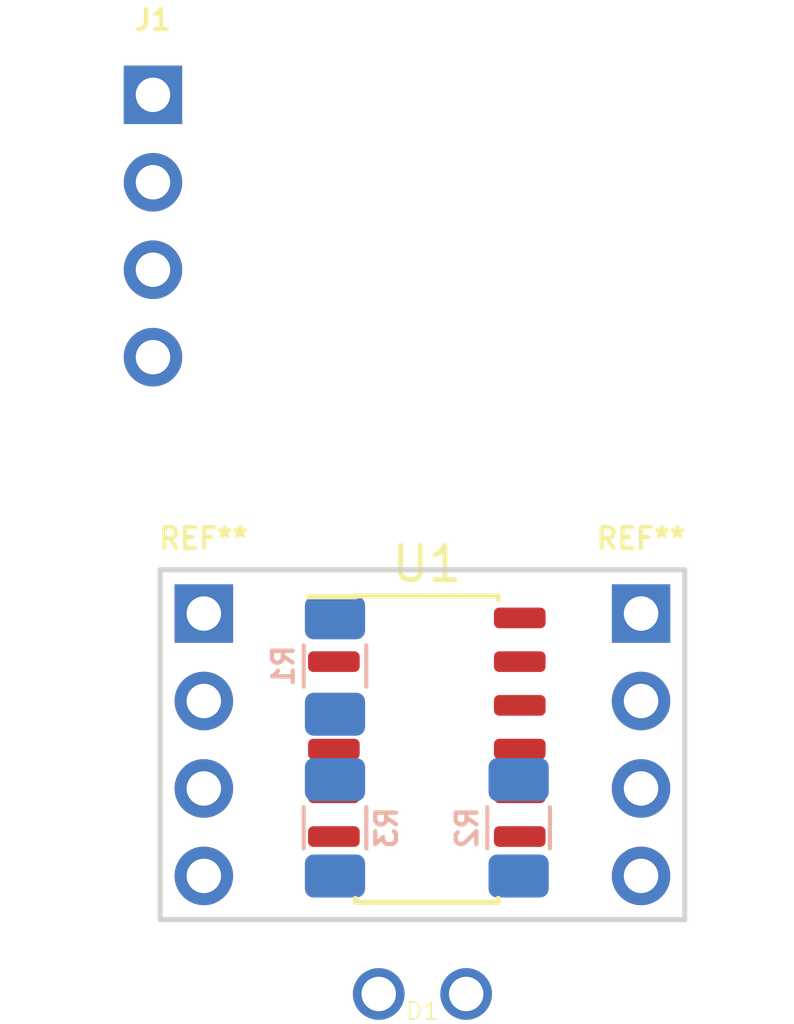
<source format=kicad_pcb>
(kicad_pcb (version 20171130) (host pcbnew "(5.0.2)-1")

  (general
    (thickness 1.6)
    (drawings 4)
    (tracks 0)
    (zones 0)
    (modules 8)
    (nets 14)
  )

  (page A4)
  (layers
    (0 F.Cu signal)
    (31 B.Cu signal)
    (32 B.Adhes user)
    (33 F.Adhes user)
    (34 B.Paste user)
    (35 F.Paste user)
    (36 B.SilkS user)
    (37 F.SilkS user)
    (38 B.Mask user)
    (39 F.Mask user)
    (40 Dwgs.User user)
    (41 Cmts.User user)
    (42 Eco1.User user)
    (43 Eco2.User user)
    (44 Edge.Cuts user)
    (45 Margin user)
    (46 B.CrtYd user)
    (47 F.CrtYd user)
    (48 B.Fab user)
    (49 F.Fab user)
  )

  (setup
    (last_trace_width 0.25)
    (trace_clearance 0.2)
    (zone_clearance 0.508)
    (zone_45_only no)
    (trace_min 0.2)
    (segment_width 0.2)
    (edge_width 0.15)
    (via_size 0.8)
    (via_drill 0.4)
    (via_min_size 0.4)
    (via_min_drill 0.3)
    (uvia_size 0.3)
    (uvia_drill 0.1)
    (uvias_allowed no)
    (uvia_min_size 0.2)
    (uvia_min_drill 0.1)
    (pcb_text_width 0.3)
    (pcb_text_size 1.5 1.5)
    (mod_edge_width 0.15)
    (mod_text_size 1 1)
    (mod_text_width 0.15)
    (pad_size 1.524 1.524)
    (pad_drill 0.762)
    (pad_to_mask_clearance 0.051)
    (solder_mask_min_width 0.25)
    (aux_axis_origin 0 0)
    (visible_elements 7FFFFFFF)
    (pcbplotparams
      (layerselection 0x010fc_ffffffff)
      (usegerberextensions false)
      (usegerberattributes false)
      (usegerberadvancedattributes false)
      (creategerberjobfile false)
      (excludeedgelayer true)
      (linewidth 0.050000)
      (plotframeref false)
      (viasonmask false)
      (mode 1)
      (useauxorigin false)
      (hpglpennumber 1)
      (hpglpenspeed 20)
      (hpglpendiameter 15.000000)
      (psnegative false)
      (psa4output false)
      (plotreference true)
      (plotvalue true)
      (plotinvisibletext false)
      (padsonsilk false)
      (subtractmaskfromsilk false)
      (outputformat 1)
      (mirror false)
      (drillshape 1)
      (scaleselection 1)
      (outputdirectory ""))
  )

  (net 0 "")
  (net 1 "Net-(R1-Pad1)")
  (net 2 "Net-(R1-Pad2)")
  (net 3 "Net-(R2-Pad2)")
  (net 4 "Net-(R2-Pad1)")
  (net 5 "Net-(D1-Pad1)")
  (net 6 +9.0VDC)
  (net 7 "Net-(J1-Pad2)")
  (net 8 "Net-(J1-Pad3)")
  (net 9 GND)
  (net 10 "Net-(U1-Pad6)")
  (net 11 "Net-(U1-Pad8)")
  (net 12 "Net-(U1-Pad10)")
  (net 13 "Net-(U1-Pad12)")

  (net_class Default "This is the default net class."
    (clearance 0.2)
    (trace_width 0.25)
    (via_dia 0.8)
    (via_drill 0.4)
    (uvia_dia 0.3)
    (uvia_drill 0.1)
    (add_net +9.0VDC)
    (add_net GND)
    (add_net "Net-(D1-Pad1)")
    (add_net "Net-(J1-Pad2)")
    (add_net "Net-(J1-Pad3)")
    (add_net "Net-(R1-Pad1)")
    (add_net "Net-(R1-Pad2)")
    (add_net "Net-(R2-Pad1)")
    (add_net "Net-(R2-Pad2)")
    (add_net "Net-(U1-Pad10)")
    (add_net "Net-(U1-Pad12)")
    (add_net "Net-(U1-Pad6)")
    (add_net "Net-(U1-Pad8)")
  )

  (module SA_Connectors_Pin_Headers_THT:PinHeader_1x04_P2.54mm_Vertical_Top (layer F.Cu) (tedit 5C2CCAE6) (tstamp 5C5F05B8)
    (at 127 104.14)
    (descr "Through hole straight pin header, 1x04, 2.54mm pitch, single row")
    (tags "Through hole pin header THT 1x04 2.54mm single row")
    (fp_text reference REF** (at 0 -2.18) (layer F.SilkS)
      (effects (font (size 0.6 0.6) (thickness 0.127)))
    )
    (fp_text value PinHeader_1x04_P2.54mm_Vertical_Top (at 0 9.63) (layer F.Fab)
      (effects (font (size 0.3 0.3) (thickness 0.03)))
    )
    (fp_line (start -0.635 -1.27) (end 1.27 -1.27) (layer F.Fab) (width 0.1))
    (fp_line (start 1.27 -1.27) (end 1.27 8.89) (layer F.Fab) (width 0.1))
    (fp_line (start 1.27 8.89) (end -1.27 8.89) (layer F.Fab) (width 0.1))
    (fp_line (start -1.27 8.89) (end -1.27 -0.635) (layer F.Fab) (width 0.1))
    (fp_line (start -1.27 -0.635) (end -0.635 -1.27) (layer F.Fab) (width 0.1))
    (fp_line (start -1.8 -1.8) (end -1.8 9.4) (layer F.CrtYd) (width 0.05))
    (fp_line (start -1.8 9.4) (end 1.8 9.4) (layer F.CrtYd) (width 0.05))
    (fp_line (start 1.8 9.4) (end 1.8 -1.8) (layer F.CrtYd) (width 0.05))
    (fp_line (start 1.8 -1.8) (end -1.8 -1.8) (layer F.CrtYd) (width 0.05))
    (fp_text user %R (at 0 3.81 90) (layer F.Fab)
      (effects (font (size 0.4 0.4) (thickness 0.05)))
    )
    (pad 1 thru_hole rect (at 0 0) (size 1.7 1.7) (drill 1) (layers *.Cu *.Mask))
    (pad 2 thru_hole oval (at 0 2.54) (size 1.7 1.7) (drill 1) (layers *.Cu *.Mask))
    (pad 3 thru_hole oval (at 0 5.08) (size 1.7 1.7) (drill 1) (layers *.Cu *.Mask))
    (pad 4 thru_hole oval (at 0 7.62) (size 1.7 1.7) (drill 1) (layers *.Cu *.Mask))
    (model ${SA_LIB_3DSHAPES}/Packages/PinHeader_1x04_P2.54mm_Vertical_Top.step
      (at (xyz 0 0 0))
      (scale (xyz 1 1 1))
      (rotate (xyz 0 0 0))
    )
  )

  (module SA_CMOS_Logic_SMD:Texas_Instruments_CD40106BM_SOIC-14 (layer F.Cu) (tedit 5C59D4C9) (tstamp 5C5EFB4A)
    (at 120.777 108.077)
    (descr "14-Lead Plastic Small Outline (SL) - Narrow, 3.90 mm Body [SOIC] (see Microchip Packaging Specification 00000049BS.pdf)")
    (tags "SOIC 1.27")
    (path /5C5EC8C1)
    (attr smd)
    (fp_text reference U1 (at 0 -5.375) (layer F.SilkS)
      (effects (font (size 1 1) (thickness 0.15)))
    )
    (fp_text value Texas_Instruments_CD40106BM (at 0 5.375) (layer F.Fab)
      (effects (font (size 0.5 0.5) (thickness 0.05)))
    )
    (fp_text user %R (at 0 0) (layer F.Fab)
      (effects (font (size 0.9 0.9) (thickness 0.135)))
    )
    (fp_line (start -0.95 -4.35) (end 1.95 -4.35) (layer F.Fab) (width 0.15))
    (fp_line (start 1.95 -4.35) (end 1.95 4.35) (layer F.Fab) (width 0.15))
    (fp_line (start 1.95 4.35) (end -1.95 4.35) (layer F.Fab) (width 0.15))
    (fp_line (start -1.95 4.35) (end -1.95 -3.35) (layer F.Fab) (width 0.15))
    (fp_line (start -1.95 -3.35) (end -0.95 -4.35) (layer F.Fab) (width 0.15))
    (fp_line (start -3.7 -4.65) (end -3.7 4.65) (layer F.CrtYd) (width 0.05))
    (fp_line (start 3.7 -4.65) (end 3.7 4.65) (layer F.CrtYd) (width 0.05))
    (fp_line (start -3.7 -4.65) (end 3.7 -4.65) (layer F.CrtYd) (width 0.05))
    (fp_line (start -3.7 4.65) (end 3.7 4.65) (layer F.CrtYd) (width 0.05))
    (fp_line (start -2.075 -4.45) (end -2.075 -4.425) (layer F.SilkS) (width 0.15))
    (fp_line (start 2.075 -4.45) (end 2.075 -4.335) (layer F.SilkS) (width 0.15))
    (fp_line (start 2.075 4.45) (end 2.075 4.335) (layer F.SilkS) (width 0.15))
    (fp_line (start -2.075 4.45) (end -2.075 4.335) (layer F.SilkS) (width 0.15))
    (fp_line (start -2.075 -4.45) (end 2.075 -4.45) (layer F.SilkS) (width 0.15))
    (fp_line (start -2.075 4.45) (end 2.075 4.45) (layer F.SilkS) (width 0.15))
    (fp_line (start -2.075 -4.425) (end -3.45 -4.425) (layer F.SilkS) (width 0.15))
    (pad 1 smd roundrect (at -2.7 -3.81) (size 1.5 0.6) (layers F.Cu F.Paste F.Mask) (roundrect_rratio 0.25)
      (net 1 "Net-(R1-Pad1)"))
    (pad 2 smd roundrect (at -2.7 -2.54) (size 1.5 0.6) (layers F.Cu F.Paste F.Mask) (roundrect_rratio 0.25)
      (net 4 "Net-(R2-Pad1)"))
    (pad 3 smd roundrect (at -2.7 -1.27) (size 1.5 0.6) (layers F.Cu F.Paste F.Mask) (roundrect_rratio 0.25)
      (net 4 "Net-(R2-Pad1)"))
    (pad 4 smd roundrect (at -2.7 0) (size 1.5 0.6) (layers F.Cu F.Paste F.Mask) (roundrect_rratio 0.25)
      (net 2 "Net-(R1-Pad2)"))
    (pad 5 smd roundrect (at -2.7 1.27) (size 1.5 0.6) (layers F.Cu F.Paste F.Mask) (roundrect_rratio 0.25)
      (net 2 "Net-(R1-Pad2)"))
    (pad 6 smd roundrect (at -2.7 2.54) (size 1.5 0.6) (layers F.Cu F.Paste F.Mask) (roundrect_rratio 0.25)
      (net 10 "Net-(U1-Pad6)"))
    (pad 7 smd roundrect (at -2.7 3.81) (size 1.5 0.6) (layers F.Cu F.Paste F.Mask) (roundrect_rratio 0.25)
      (net 9 GND))
    (pad 8 smd roundrect (at 2.7 3.81) (size 1.5 0.6) (layers F.Cu F.Paste F.Mask) (roundrect_rratio 0.25)
      (net 11 "Net-(U1-Pad8)"))
    (pad 9 smd roundrect (at 2.7 2.54) (size 1.5 0.6) (layers F.Cu F.Paste F.Mask) (roundrect_rratio 0.25)
      (net 6 +9.0VDC))
    (pad 10 smd roundrect (at 2.7 1.27) (size 1.5 0.6) (layers F.Cu F.Paste F.Mask) (roundrect_rratio 0.25)
      (net 12 "Net-(U1-Pad10)"))
    (pad 11 smd roundrect (at 2.7 0) (size 1.5 0.6) (layers F.Cu F.Paste F.Mask) (roundrect_rratio 0.25)
      (net 6 +9.0VDC))
    (pad 12 smd roundrect (at 2.7 -1.27) (size 1.5 0.6) (layers F.Cu F.Paste F.Mask) (roundrect_rratio 0.25)
      (net 13 "Net-(U1-Pad12)"))
    (pad 13 smd roundrect (at 2.7 -2.54) (size 1.5 0.6) (layers F.Cu F.Paste F.Mask) (roundrect_rratio 0.25)
      (net 6 +9.0VDC))
    (pad 14 smd roundrect (at 2.7 -3.81) (size 1.5 0.6) (layers F.Cu F.Paste F.Mask) (roundrect_rratio 0.25)
      (net 6 +9.0VDC))
    (model ${SA_LIB_3DSHAPES}/Texas_Instruments_CD40106BM_SOIC-14/Texas_Instruments_CD40106BM_SOIC-14.step
      (at (xyz 0 0 0))
      (scale (xyz 1 1 1))
      (rotate (xyz 0 0 0))
    )
  )

  (module SA_Connectors_Pin_Headers_THT:PinHeader_1x04_P2.54mm_Vertical_Top (layer F.Cu) (tedit 5C2CCAE6) (tstamp 5C5EFB27)
    (at 112.823001 89.074001)
    (descr "Through hole straight pin header, 1x04, 2.54mm pitch, single row")
    (tags "Through hole pin header THT 1x04 2.54mm single row")
    (path /5C5EE04E)
    (fp_text reference J1 (at 0 -2.18) (layer F.SilkS)
      (effects (font (size 0.6 0.6) (thickness 0.127)))
    )
    (fp_text value PinHeader_1x04_P2.54mm_Vertical_Top (at 0 9.63) (layer F.Fab)
      (effects (font (size 0.3 0.3) (thickness 0.03)))
    )
    (fp_line (start -0.635 -1.27) (end 1.27 -1.27) (layer F.Fab) (width 0.1))
    (fp_line (start 1.27 -1.27) (end 1.27 8.89) (layer F.Fab) (width 0.1))
    (fp_line (start 1.27 8.89) (end -1.27 8.89) (layer F.Fab) (width 0.1))
    (fp_line (start -1.27 8.89) (end -1.27 -0.635) (layer F.Fab) (width 0.1))
    (fp_line (start -1.27 -0.635) (end -0.635 -1.27) (layer F.Fab) (width 0.1))
    (fp_line (start -1.8 -1.8) (end -1.8 9.4) (layer F.CrtYd) (width 0.05))
    (fp_line (start -1.8 9.4) (end 1.8 9.4) (layer F.CrtYd) (width 0.05))
    (fp_line (start 1.8 9.4) (end 1.8 -1.8) (layer F.CrtYd) (width 0.05))
    (fp_line (start 1.8 -1.8) (end -1.8 -1.8) (layer F.CrtYd) (width 0.05))
    (fp_text user %R (at 0 3.81 90) (layer F.Fab)
      (effects (font (size 0.4 0.4) (thickness 0.05)))
    )
    (pad 1 thru_hole rect (at 0 0) (size 1.7 1.7) (drill 1) (layers *.Cu *.Mask)
      (net 6 +9.0VDC))
    (pad 2 thru_hole oval (at 0 2.54) (size 1.7 1.7) (drill 1) (layers *.Cu *.Mask)
      (net 7 "Net-(J1-Pad2)"))
    (pad 3 thru_hole oval (at 0 5.08) (size 1.7 1.7) (drill 1) (layers *.Cu *.Mask)
      (net 8 "Net-(J1-Pad3)"))
    (pad 4 thru_hole oval (at 0 7.62) (size 1.7 1.7) (drill 1) (layers *.Cu *.Mask)
      (net 9 GND))
    (model ${SA_LIB_3DSHAPES}/Packages/PinHeader_1x04_P2.54mm_Vertical_Top.step
      (at (xyz 0 0 0))
      (scale (xyz 1 1 1))
      (rotate (xyz 0 0 0))
    )
  )

  (module SA_Connectors_Wire:Wire_Pad_2x_1.0mm_Hole_1.5_Annular (layer F.Cu) (tedit 5C5843AC) (tstamp 5C5EFB15)
    (at 120.65 115.189)
    (path /5C5ED007)
    (fp_text reference D1 (at 0 0.5) (layer F.SilkS)
      (effects (font (size 0.5 0.5) (thickness 0.05)))
    )
    (fp_text value LED_INDICATOR (at 0 -0.5) (layer F.Fab) hide
      (effects (font (size 0.5 0.5) (thickness 0.05)))
    )
    (pad 1 thru_hole circle (at -1.27 0) (size 1.5 1.5) (drill 1) (layers *.Cu *.Mask)
      (net 5 "Net-(D1-Pad1)"))
    (pad 2 thru_hole circle (at 1.27 0) (size 1.5 1.5) (drill 1) (layers *.Cu *.Mask)
      (net 6 +9.0VDC))
  )

  (module SA_Resistors_SMD:R_1206_3216M (layer B.Cu) (tedit 5C29F239) (tstamp 5C5EFB0F)
    (at 118.11 110.363 90)
    (path /5C5ECED9)
    (attr smd)
    (fp_text reference R3 (at 0 1.5 90) (layer B.SilkS)
      (effects (font (size 0.6 0.6) (thickness 0.127)) (justify mirror))
    )
    (fp_text value CLR (at 0 -1.35 90) (layer B.Fab)
      (effects (font (size 0.3 0.3) (thickness 0.03)) (justify mirror))
    )
    (fp_line (start -1.6 -0.8) (end -1.6 0.8) (layer B.Fab) (width 0.1))
    (fp_line (start -1.6 0.8) (end 1.6 0.8) (layer B.Fab) (width 0.1))
    (fp_line (start 1.6 0.8) (end 1.6 -0.8) (layer B.Fab) (width 0.1))
    (fp_line (start 1.6 -0.8) (end -1.6 -0.8) (layer B.Fab) (width 0.1))
    (fp_line (start -0.602064 0.91) (end 0.602064 0.91) (layer B.SilkS) (width 0.12))
    (fp_line (start -0.602064 -0.91) (end 0.602064 -0.91) (layer B.SilkS) (width 0.12))
    (fp_line (start -2.28 -1.12) (end -2.28 1.12) (layer B.CrtYd) (width 0.05))
    (fp_line (start -2.28 1.12) (end 2.28 1.12) (layer B.CrtYd) (width 0.05))
    (fp_line (start 2.28 1.12) (end 2.28 -1.12) (layer B.CrtYd) (width 0.05))
    (fp_line (start 2.28 -1.12) (end -2.28 -1.12) (layer B.CrtYd) (width 0.05))
    (fp_text user %R (at 0 0 90) (layer B.Fab)
      (effects (font (size 0.4 0.4) (thickness 0.05)) (justify mirror))
    )
    (pad 1 smd roundrect (at -1.4 0 90) (size 1.25 1.75) (layers B.Cu B.Paste B.Mask) (roundrect_rratio 0.2)
      (net 5 "Net-(D1-Pad1)"))
    (pad 2 smd roundrect (at 1.4 0 90) (size 1.25 1.75) (layers B.Cu B.Paste B.Mask) (roundrect_rratio 0.2)
      (net 2 "Net-(R1-Pad2)"))
    (model ${SA_LIB_3DSHAPES}/Packages/R_1206_3216Metric.step
      (at (xyz 0 0 0))
      (scale (xyz 1 1 1))
      (rotate (xyz 0 0 0))
    )
  )

  (module SA_Resistors_SMD:R_1206_3216M (layer B.Cu) (tedit 5C29F239) (tstamp 5C5EFAFE)
    (at 123.444 110.363 270)
    (path /5C5ECB76)
    (attr smd)
    (fp_text reference R2 (at 0 1.5 270) (layer B.SilkS)
      (effects (font (size 0.6 0.6) (thickness 0.127)) (justify mirror))
    )
    (fp_text value 100k (at 0 -1.35 270) (layer B.Fab)
      (effects (font (size 0.3 0.3) (thickness 0.03)) (justify mirror))
    )
    (fp_text user %R (at 0 0 270) (layer B.Fab)
      (effects (font (size 0.4 0.4) (thickness 0.05)) (justify mirror))
    )
    (fp_line (start 2.28 -1.12) (end -2.28 -1.12) (layer B.CrtYd) (width 0.05))
    (fp_line (start 2.28 1.12) (end 2.28 -1.12) (layer B.CrtYd) (width 0.05))
    (fp_line (start -2.28 1.12) (end 2.28 1.12) (layer B.CrtYd) (width 0.05))
    (fp_line (start -2.28 -1.12) (end -2.28 1.12) (layer B.CrtYd) (width 0.05))
    (fp_line (start -0.602064 -0.91) (end 0.602064 -0.91) (layer B.SilkS) (width 0.12))
    (fp_line (start -0.602064 0.91) (end 0.602064 0.91) (layer B.SilkS) (width 0.12))
    (fp_line (start 1.6 -0.8) (end -1.6 -0.8) (layer B.Fab) (width 0.1))
    (fp_line (start 1.6 0.8) (end 1.6 -0.8) (layer B.Fab) (width 0.1))
    (fp_line (start -1.6 0.8) (end 1.6 0.8) (layer B.Fab) (width 0.1))
    (fp_line (start -1.6 -0.8) (end -1.6 0.8) (layer B.Fab) (width 0.1))
    (pad 2 smd roundrect (at 1.4 0 270) (size 1.25 1.75) (layers B.Cu B.Paste B.Mask) (roundrect_rratio 0.2)
      (net 3 "Net-(R2-Pad2)"))
    (pad 1 smd roundrect (at -1.4 0 270) (size 1.25 1.75) (layers B.Cu B.Paste B.Mask) (roundrect_rratio 0.2)
      (net 4 "Net-(R2-Pad1)"))
    (model ${SA_LIB_3DSHAPES}/Packages/R_1206_3216Metric.step
      (at (xyz 0 0 0))
      (scale (xyz 1 1 1))
      (rotate (xyz 0 0 0))
    )
  )

  (module SA_Resistors_SMD:R_1206_3216M (layer B.Cu) (tedit 5C29F239) (tstamp 5C5EFAED)
    (at 118.11 105.664 270)
    (path /5C5ECADE)
    (attr smd)
    (fp_text reference R1 (at 0 1.5 270) (layer B.SilkS)
      (effects (font (size 0.6 0.6) (thickness 0.127)) (justify mirror))
    )
    (fp_text value 100k (at 0 -1.35 270) (layer B.Fab)
      (effects (font (size 0.3 0.3) (thickness 0.03)) (justify mirror))
    )
    (fp_line (start -1.6 -0.8) (end -1.6 0.8) (layer B.Fab) (width 0.1))
    (fp_line (start -1.6 0.8) (end 1.6 0.8) (layer B.Fab) (width 0.1))
    (fp_line (start 1.6 0.8) (end 1.6 -0.8) (layer B.Fab) (width 0.1))
    (fp_line (start 1.6 -0.8) (end -1.6 -0.8) (layer B.Fab) (width 0.1))
    (fp_line (start -0.602064 0.91) (end 0.602064 0.91) (layer B.SilkS) (width 0.12))
    (fp_line (start -0.602064 -0.91) (end 0.602064 -0.91) (layer B.SilkS) (width 0.12))
    (fp_line (start -2.28 -1.12) (end -2.28 1.12) (layer B.CrtYd) (width 0.05))
    (fp_line (start -2.28 1.12) (end 2.28 1.12) (layer B.CrtYd) (width 0.05))
    (fp_line (start 2.28 1.12) (end 2.28 -1.12) (layer B.CrtYd) (width 0.05))
    (fp_line (start 2.28 -1.12) (end -2.28 -1.12) (layer B.CrtYd) (width 0.05))
    (fp_text user %R (at 0 0 270) (layer B.Fab)
      (effects (font (size 0.4 0.4) (thickness 0.05)) (justify mirror))
    )
    (pad 1 smd roundrect (at -1.4 0 270) (size 1.25 1.75) (layers B.Cu B.Paste B.Mask) (roundrect_rratio 0.2)
      (net 1 "Net-(R1-Pad1)"))
    (pad 2 smd roundrect (at 1.4 0 270) (size 1.25 1.75) (layers B.Cu B.Paste B.Mask) (roundrect_rratio 0.2)
      (net 2 "Net-(R1-Pad2)"))
    (model ${SA_LIB_3DSHAPES}/Packages/R_1206_3216Metric.step
      (at (xyz 0 0 0))
      (scale (xyz 1 1 1))
      (rotate (xyz 0 0 0))
    )
  )

  (module SA_Connectors_Pin_Headers_THT:PinHeader_1x04_P2.54mm_Vertical_Top (layer F.Cu) (tedit 5C2CCAE6) (tstamp 5C5F05A5)
    (at 114.3 104.14)
    (descr "Through hole straight pin header, 1x04, 2.54mm pitch, single row")
    (tags "Through hole pin header THT 1x04 2.54mm single row")
    (fp_text reference REF** (at 0 -2.18) (layer F.SilkS)
      (effects (font (size 0.6 0.6) (thickness 0.127)))
    )
    (fp_text value PinHeader_1x04_P2.54mm_Vertical_Top (at 0 9.63) (layer F.Fab)
      (effects (font (size 0.3 0.3) (thickness 0.03)))
    )
    (fp_text user %R (at 0 3.81 90) (layer F.Fab)
      (effects (font (size 0.4 0.4) (thickness 0.05)))
    )
    (fp_line (start 1.8 -1.8) (end -1.8 -1.8) (layer F.CrtYd) (width 0.05))
    (fp_line (start 1.8 9.4) (end 1.8 -1.8) (layer F.CrtYd) (width 0.05))
    (fp_line (start -1.8 9.4) (end 1.8 9.4) (layer F.CrtYd) (width 0.05))
    (fp_line (start -1.8 -1.8) (end -1.8 9.4) (layer F.CrtYd) (width 0.05))
    (fp_line (start -1.27 -0.635) (end -0.635 -1.27) (layer F.Fab) (width 0.1))
    (fp_line (start -1.27 8.89) (end -1.27 -0.635) (layer F.Fab) (width 0.1))
    (fp_line (start 1.27 8.89) (end -1.27 8.89) (layer F.Fab) (width 0.1))
    (fp_line (start 1.27 -1.27) (end 1.27 8.89) (layer F.Fab) (width 0.1))
    (fp_line (start -0.635 -1.27) (end 1.27 -1.27) (layer F.Fab) (width 0.1))
    (pad 4 thru_hole oval (at 0 7.62) (size 1.7 1.7) (drill 1) (layers *.Cu *.Mask))
    (pad 3 thru_hole oval (at 0 5.08) (size 1.7 1.7) (drill 1) (layers *.Cu *.Mask))
    (pad 2 thru_hole oval (at 0 2.54) (size 1.7 1.7) (drill 1) (layers *.Cu *.Mask))
    (pad 1 thru_hole rect (at 0 0) (size 1.7 1.7) (drill 1) (layers *.Cu *.Mask))
    (model ${SA_LIB_3DSHAPES}/Packages/PinHeader_1x04_P2.54mm_Vertical_Top.step
      (at (xyz 0 0 0))
      (scale (xyz 1 1 1))
      (rotate (xyz 0 0 0))
    )
  )

  (gr_line (start 113.03 102.87) (end 128.27 102.87) (layer Edge.Cuts) (width 0.15))
  (gr_line (start 113.03 113.03) (end 113.03 102.87) (layer Edge.Cuts) (width 0.15))
  (gr_line (start 128.27 113.03) (end 113.03 113.03) (layer Edge.Cuts) (width 0.15))
  (gr_line (start 128.27 102.87) (end 128.27 113.03) (layer Edge.Cuts) (width 0.15))

)

</source>
